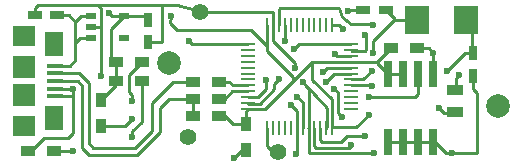
<source format=gbr>
G04 #@! TF.FileFunction,Copper,L1,Top,Signal*
%FSLAX46Y46*%
G04 Gerber Fmt 4.6, Leading zero omitted, Abs format (unit mm)*
G04 Created by KiCad (PCBNEW 4.0.2-stable) date 13.08.2016 20:54:57*
%MOMM*%
G01*
G04 APERTURE LIST*
%ADD10C,0.100000*%
%ADD11C,2.000000*%
%ADD12R,0.800000X2.200000*%
%ADD13R,1.350000X0.400000*%
%ADD14R,1.900000X1.800000*%
%ADD15R,1.600000X2.100000*%
%ADD16R,1.900000X1.900000*%
%ADD17R,1.200000X0.750000*%
%ADD18R,0.750000X1.200000*%
%ADD19R,1.397000X0.889000*%
%ADD20R,1.200000X0.900000*%
%ADD21R,0.900000X1.200000*%
%ADD22R,0.900000X0.600000*%
%ADD23R,1.300000X0.250000*%
%ADD24R,0.250000X1.300000*%
%ADD25R,2.000000X2.400000*%
%ADD26C,1.397000*%
%ADD27C,0.600000*%
%ADD28C,0.250000*%
G04 APERTURE END LIST*
D10*
D11*
X72755760Y-38160960D03*
X44846240Y-34518600D03*
D12*
X63436500Y-41160500D03*
X64706500Y-41160500D03*
X65976500Y-41160500D03*
X67246500Y-41160500D03*
X67246500Y-35420500D03*
X65976500Y-35420500D03*
X64706500Y-35420500D03*
X63436500Y-35420500D03*
D13*
X35250500Y-34704500D03*
X35250500Y-35354500D03*
X35250500Y-36004500D03*
X35250500Y-36654500D03*
X35250500Y-37304500D03*
D14*
X32575500Y-32204500D03*
X32575500Y-39804500D03*
D15*
X35125500Y-32904500D03*
D16*
X32575500Y-34804500D03*
X32575500Y-37204500D03*
D15*
X35125500Y-39104500D03*
D17*
X63243500Y-29972000D03*
X61343500Y-29972000D03*
D18*
X70612000Y-33657500D03*
X70612000Y-35557500D03*
D17*
X35430500Y-30416500D03*
X33530500Y-30416500D03*
D18*
X43116500Y-30800000D03*
X43116500Y-32700000D03*
D19*
X69128640Y-36741100D03*
X69128640Y-38646100D03*
D20*
X63670000Y-33210500D03*
X65870000Y-33210500D03*
D21*
X51371500Y-39667000D03*
X51371500Y-41867000D03*
D20*
X46906000Y-36068000D03*
X49106000Y-36068000D03*
X46906000Y-37528500D03*
X49106000Y-37528500D03*
X49106000Y-38989000D03*
X46906000Y-38989000D03*
X40365500Y-34417000D03*
X42565500Y-34417000D03*
D21*
X39116000Y-37571500D03*
X39116000Y-39771500D03*
D20*
X40365500Y-36004500D03*
X42565500Y-36004500D03*
X35136000Y-41910000D03*
X32936000Y-41910000D03*
D22*
X41087500Y-32382500D03*
X38287500Y-31432500D03*
X41087500Y-30482500D03*
X38287500Y-32382500D03*
X38287500Y-30482500D03*
D23*
X60293500Y-38373500D03*
X60293500Y-37873500D03*
X60293500Y-37373500D03*
X60293500Y-36873500D03*
X60293500Y-36373500D03*
X60293500Y-35873500D03*
X60293500Y-35373500D03*
X60293500Y-34873500D03*
X60293500Y-34373500D03*
X60293500Y-33873500D03*
X60293500Y-33373500D03*
X60293500Y-32873500D03*
D24*
X58693500Y-31273500D03*
X58193500Y-31273500D03*
X57693500Y-31273500D03*
X57193500Y-31273500D03*
X56693500Y-31273500D03*
X56193500Y-31273500D03*
X55693500Y-31273500D03*
X55193500Y-31273500D03*
X54693500Y-31273500D03*
X54193500Y-31273500D03*
X53693500Y-31273500D03*
X53193500Y-31273500D03*
D23*
X51593500Y-32873500D03*
X51593500Y-33373500D03*
X51593500Y-33873500D03*
X51593500Y-34373500D03*
X51593500Y-34873500D03*
X51593500Y-35373500D03*
X51593500Y-35873500D03*
X51593500Y-36373500D03*
X51593500Y-36873500D03*
X51593500Y-37373500D03*
X51593500Y-37873500D03*
X51593500Y-38373500D03*
D24*
X53193500Y-39973500D03*
X53693500Y-39973500D03*
X54193500Y-39973500D03*
X54693500Y-39973500D03*
X55193500Y-39973500D03*
X55693500Y-39973500D03*
X56193500Y-39973500D03*
X56693500Y-39973500D03*
X57193500Y-39973500D03*
X57693500Y-39973500D03*
X58193500Y-39973500D03*
X58693500Y-39973500D03*
D25*
X65895000Y-30797500D03*
X69995000Y-30797500D03*
D26*
X46451520Y-40726360D03*
X54102000Y-41973500D03*
X47513240Y-30139640D03*
D27*
X61785500Y-38862000D03*
X45074840Y-30525720D03*
X39814500Y-30226000D03*
X62166500Y-33655000D03*
X62039500Y-36385500D03*
X68453000Y-35115500D03*
X62039500Y-35115500D03*
X53086000Y-35941000D03*
X60325000Y-41402000D03*
X61468000Y-40640000D03*
X54737000Y-32639000D03*
X62166500Y-31242000D03*
X46545500Y-32575500D03*
X60045600Y-30053280D03*
X55562500Y-34925000D03*
X39116000Y-35560000D03*
X36766500Y-36639500D03*
X68834000Y-42100500D03*
X62230000Y-42100500D03*
X56235600Y-36068000D03*
X57912000Y-35242500D03*
X54229000Y-35814000D03*
X69405500Y-35496500D03*
X59626500Y-31623000D03*
X67754500Y-38290500D03*
X41783000Y-40767000D03*
X41719500Y-39243000D03*
X41719500Y-37655500D03*
X61468000Y-32067500D03*
X55499000Y-33274000D03*
X59563000Y-39052500D03*
X58864500Y-36639500D03*
X58958480Y-33741360D03*
X55676800Y-37388800D03*
X67246500Y-33591500D03*
X50419000Y-42481500D03*
X55626000Y-42164000D03*
X61785500Y-37338000D03*
X55181500Y-38036500D03*
X36766500Y-41910000D03*
X58166000Y-36068000D03*
D28*
X64706500Y-35420500D02*
X63436500Y-35420500D01*
X58679502Y-39937500D02*
X60710000Y-39937500D01*
X61785500Y-38862000D02*
X60710000Y-39937500D01*
X44958000Y-31115000D02*
X45074840Y-30525720D01*
X53193500Y-33064000D02*
X51816000Y-31686500D01*
X45529500Y-31686500D02*
X51816000Y-31686500D01*
X44958000Y-31115000D02*
X45529500Y-31686500D01*
X41087500Y-30482500D02*
X40071000Y-30482500D01*
X40071000Y-30482500D02*
X39814500Y-30226000D01*
X58679502Y-39937500D02*
X58693500Y-39973500D01*
X40365500Y-36004500D02*
X40365500Y-34417000D01*
X40365500Y-34417000D02*
X40005000Y-34056500D01*
X40005000Y-34056500D02*
X40005000Y-31565000D01*
X40005000Y-31565000D02*
X41087500Y-30482500D01*
X40365500Y-36004500D02*
X40365500Y-36322000D01*
X40365500Y-36322000D02*
X39116000Y-37571500D01*
X49106000Y-38989000D02*
X49657000Y-38989000D01*
X49657000Y-38989000D02*
X50335000Y-39667000D01*
X50335000Y-39667000D02*
X51371500Y-39667000D01*
X51371500Y-39667000D02*
X51371500Y-38595500D01*
X51371500Y-38595500D02*
X51593500Y-38373500D01*
X62507000Y-34373500D02*
X62507000Y-34491000D01*
X62507000Y-34491000D02*
X63436500Y-35420500D01*
X60293500Y-34373500D02*
X62507000Y-34373500D01*
X62507000Y-34373500D02*
X63670000Y-33210500D01*
X55372000Y-36004500D02*
X55372000Y-35623500D01*
X53193500Y-33445000D02*
X53193500Y-33064000D01*
X55372000Y-35623500D02*
X53193500Y-33445000D01*
X53193500Y-33064000D02*
X53193500Y-31273500D01*
X57023000Y-34373500D02*
X57023000Y-35877500D01*
X58693500Y-37548000D02*
X58693500Y-39973500D01*
X57023000Y-35877500D02*
X58693500Y-37548000D01*
X51593500Y-38373500D02*
X53003000Y-38373500D01*
X57003000Y-34373500D02*
X57023000Y-34373500D01*
X57023000Y-34373500D02*
X60293500Y-34373500D01*
X53003000Y-38373500D02*
X55372000Y-36004500D01*
X55372000Y-36004500D02*
X57003000Y-34373500D01*
X40068500Y-35623500D02*
X40068500Y-35877500D01*
X41087500Y-30482500D02*
X41973500Y-30482500D01*
X41973500Y-30482500D02*
X42799000Y-30482500D01*
X42799000Y-30482500D02*
X43116500Y-30800000D01*
X35430500Y-30416500D02*
X36385500Y-30416500D01*
X36385500Y-30416500D02*
X36957000Y-30988000D01*
X38287500Y-32382500D02*
X37340500Y-32382500D01*
X37340500Y-32382500D02*
X36957000Y-32766000D01*
X35250500Y-34704500D02*
X36479000Y-34704500D01*
X37462500Y-30482500D02*
X38287500Y-30482500D01*
X36957000Y-30988000D02*
X37462500Y-30482500D01*
X36957000Y-34226500D02*
X36957000Y-32766000D01*
X36957000Y-32766000D02*
X36957000Y-30988000D01*
X36479000Y-34704500D02*
X36957000Y-34226500D01*
X64008000Y-30797500D02*
X64008000Y-30736500D01*
X64008000Y-30736500D02*
X63243500Y-29972000D01*
X60293500Y-36373500D02*
X62027500Y-36373500D01*
X63944500Y-30797500D02*
X64008000Y-30797500D01*
X64008000Y-30797500D02*
X65895000Y-30797500D01*
X62166500Y-32575500D02*
X63944500Y-30797500D01*
X62166500Y-33655000D02*
X62166500Y-32575500D01*
X62027500Y-36373500D02*
X62039500Y-36385500D01*
X60293500Y-35873500D02*
X61281500Y-35873500D01*
X69911000Y-33657500D02*
X70612000Y-33657500D01*
X68453000Y-35115500D02*
X69911000Y-33657500D01*
X61281500Y-35873500D02*
X62039500Y-35115500D01*
X70612000Y-33657500D02*
X70548500Y-33594000D01*
X70548500Y-33594000D02*
X70548500Y-31351000D01*
X70548500Y-31351000D02*
X69995000Y-30797500D01*
X49106000Y-37528500D02*
X49593500Y-37528500D01*
X49593500Y-37528500D02*
X50248500Y-36873500D01*
X50248500Y-36873500D02*
X51593500Y-36873500D01*
X49106000Y-36068000D02*
X49974500Y-36068000D01*
X50280000Y-36373500D02*
X51593500Y-36373500D01*
X49974500Y-36068000D02*
X50280000Y-36373500D01*
X51593500Y-37373500D02*
X52415500Y-37373500D01*
X53086000Y-36703000D02*
X53086000Y-35941000D01*
X52415500Y-37373500D02*
X53086000Y-36703000D01*
X53530500Y-41910000D02*
X53530500Y-41846500D01*
X53530500Y-41846500D02*
X53193500Y-41509500D01*
X53193500Y-41509500D02*
X53193500Y-39973500D01*
X57193500Y-39973500D02*
X57193500Y-41509000D01*
X60325000Y-41523498D02*
X60325000Y-41402000D01*
X60198000Y-41650498D02*
X60325000Y-41523498D01*
X57334998Y-41650498D02*
X60198000Y-41650498D01*
X57193500Y-41509000D02*
X57334998Y-41650498D01*
X57693500Y-39973500D02*
X57693500Y-40993000D01*
X59944000Y-40640000D02*
X61468000Y-40640000D01*
X59436000Y-41148000D02*
X59944000Y-40640000D01*
X57848500Y-41148000D02*
X59436000Y-41148000D01*
X57693500Y-40993000D02*
X57848500Y-41148000D01*
X54693500Y-32595500D02*
X54693500Y-31273500D01*
X54737000Y-32639000D02*
X54693500Y-32595500D01*
X59537600Y-30601920D02*
X59245500Y-29845000D01*
X54292500Y-29845000D02*
X54193500Y-29944000D01*
X59245500Y-29845000D02*
X54292500Y-29845000D01*
X54193500Y-29944000D02*
X54193500Y-31273500D01*
X54229000Y-29908500D02*
X54193500Y-29944000D01*
X60330080Y-31191200D02*
X59537600Y-30601920D01*
X59537600Y-30601920D02*
X59505850Y-30570170D01*
X62103000Y-31178500D02*
X60330080Y-31191200D01*
X62166500Y-31242000D02*
X62103000Y-31178500D01*
X46843500Y-32873500D02*
X51593500Y-32873500D01*
X46545500Y-32575500D02*
X46843500Y-32873500D01*
X53693500Y-31273500D02*
X53693500Y-30193420D01*
X53639720Y-30139640D02*
X47513240Y-30139640D01*
X53693500Y-30193420D02*
X53639720Y-30139640D01*
X61343500Y-29972000D02*
X60126880Y-29972000D01*
X60126880Y-29972000D02*
X60045600Y-30053280D01*
X67246500Y-41160500D02*
X65976500Y-41160500D01*
X65976500Y-41160500D02*
X64706500Y-41160500D01*
X64706500Y-41160500D02*
X63436500Y-41160500D01*
X35250500Y-37304500D02*
X36766500Y-37304500D01*
X36766500Y-37304500D02*
X36766500Y-37307520D01*
X53693500Y-32611500D02*
X55562500Y-34480500D01*
X53693500Y-31273500D02*
X53693500Y-32611500D01*
X55562500Y-34480500D02*
X55562500Y-34925000D01*
X44259500Y-29591000D02*
X44704000Y-29591000D01*
X44704000Y-29591000D02*
X45567600Y-29596080D01*
X45567600Y-29596080D02*
X47533560Y-30114240D01*
X32936000Y-41910000D02*
X33210500Y-41910000D01*
X33210500Y-41910000D02*
X34290000Y-40830500D01*
X34290000Y-40830500D02*
X36322000Y-40830500D01*
X36322000Y-40830500D02*
X36766500Y-40386000D01*
X36766500Y-40386000D02*
X36766500Y-37307520D01*
X36766500Y-37307520D02*
X36766500Y-36639500D01*
X36512500Y-36654500D02*
X36751500Y-36654500D01*
X35250500Y-36654500D02*
X36512500Y-36654500D01*
X39116000Y-35560000D02*
X39116000Y-31432500D01*
X36751500Y-36654500D02*
X36766500Y-36639500D01*
X56693500Y-39973500D02*
X56693500Y-42088500D01*
X56705500Y-42100500D02*
X56693500Y-42088500D01*
X62230000Y-42100500D02*
X56705500Y-42100500D01*
X67246500Y-41160500D02*
X67246500Y-40195500D01*
X56643502Y-39973500D02*
X56693500Y-39973500D01*
X67246500Y-41160500D02*
X67386000Y-41160500D01*
X67386000Y-41160500D02*
X68326000Y-42100500D01*
X68326000Y-42100500D02*
X68834000Y-42100500D01*
X68834000Y-42100500D02*
X70929500Y-42100500D01*
X70612000Y-36703000D02*
X70612000Y-35557500D01*
X70929500Y-37020500D02*
X70612000Y-36703000D01*
X70929500Y-42100500D02*
X70929500Y-38671500D01*
X70929500Y-38671500D02*
X70929500Y-37020500D01*
X43116500Y-32700000D02*
X44257000Y-32700000D01*
X44259500Y-32697500D02*
X44259500Y-29591000D01*
X44257000Y-32700000D02*
X44259500Y-32697500D01*
X56235600Y-36068000D02*
X58229500Y-38290500D01*
X58229500Y-38290500D02*
X58229500Y-39937500D01*
X58229500Y-39937500D02*
X58193500Y-39973500D01*
X56693500Y-36754500D02*
X56693500Y-39973500D01*
X56235600Y-36068000D02*
X56693500Y-36754500D01*
X58281000Y-34873500D02*
X60293500Y-34873500D01*
X57912000Y-35242500D02*
X58281000Y-34873500D01*
X52564002Y-37923498D02*
X51593500Y-37923498D01*
X53784500Y-36703000D02*
X52564002Y-37923498D01*
X53784500Y-36258500D02*
X53784500Y-36703000D01*
X54229000Y-35814000D02*
X53784500Y-36258500D01*
X51593500Y-37923498D02*
X51593500Y-37873500D01*
X44259500Y-29591000D02*
X38862000Y-29591000D01*
X33530500Y-30416500D02*
X33530500Y-29842500D01*
X39116000Y-29845000D02*
X39116000Y-31432500D01*
X38862000Y-29591000D02*
X39116000Y-29845000D01*
X33782000Y-29591000D02*
X38862000Y-29591000D01*
X33530500Y-29842500D02*
X33782000Y-29591000D01*
X38925500Y-31432500D02*
X39116000Y-31432500D01*
X38925500Y-31432500D02*
X38287500Y-31432500D01*
X69151500Y-36766500D02*
X69151500Y-35750500D01*
X69151500Y-35750500D02*
X69405500Y-35496500D01*
X59277000Y-31273500D02*
X58693500Y-31273500D01*
X59626500Y-31623000D02*
X59277000Y-31273500D01*
X68135500Y-38671500D02*
X69151500Y-38671500D01*
X67754500Y-38290500D02*
X68135500Y-38671500D01*
X41783000Y-40767000D02*
X41783000Y-40259000D01*
X42565500Y-39476500D02*
X42565500Y-36004500D01*
X41783000Y-40259000D02*
X42565500Y-39476500D01*
X41783000Y-40767000D02*
X41846500Y-40767000D01*
X39116000Y-39771500D02*
X41191000Y-39771500D01*
X41191000Y-39771500D02*
X41719500Y-39243000D01*
X41719500Y-37655500D02*
X41719500Y-37147500D01*
X41465500Y-35517000D02*
X42565500Y-34417000D01*
X41465500Y-36893500D02*
X41465500Y-35517000D01*
X41719500Y-37147500D02*
X41465500Y-36893500D01*
X61509002Y-33423498D02*
X60343498Y-33423498D01*
X61531500Y-33401000D02*
X61509002Y-33423498D01*
X61531500Y-32131000D02*
X61531500Y-33401000D01*
X61468000Y-32067500D02*
X61531500Y-32131000D01*
X60343498Y-33423498D02*
X60293500Y-33373500D01*
X60293500Y-32873500D02*
X55899500Y-32873500D01*
X55899500Y-32873500D02*
X55499000Y-33274000D01*
X60293500Y-33873500D02*
X59146500Y-33873500D01*
X59182000Y-38671500D02*
X59563000Y-39052500D01*
X59182000Y-36957000D02*
X59182000Y-38671500D01*
X58864500Y-36639500D02*
X59182000Y-36957000D01*
X59146500Y-33873500D02*
X58958480Y-33741360D01*
X56193500Y-39973500D02*
X56193500Y-37778500D01*
X55676800Y-37388800D02*
X56193500Y-37778500D01*
X67246500Y-33591500D02*
X67246500Y-33655000D01*
X65870000Y-33210500D02*
X66865500Y-33210500D01*
X67246500Y-33591500D02*
X67246500Y-33655000D01*
X67246500Y-33655000D02*
X67246500Y-35420500D01*
X66865500Y-33210500D02*
X67246500Y-33591500D01*
X38131750Y-42259250D02*
X42195750Y-42259250D01*
X44894500Y-37528500D02*
X46906000Y-37528500D01*
X44132500Y-38290500D02*
X44894500Y-37528500D01*
X44132500Y-40322500D02*
X44132500Y-38290500D01*
X42195750Y-42259250D02*
X44132500Y-40322500D01*
X35250500Y-36004500D02*
X37147500Y-36004500D01*
X37528500Y-41656000D02*
X38131750Y-42259250D01*
X38131750Y-42259250D02*
X38163500Y-42291000D01*
X37528500Y-36385500D02*
X37528500Y-41656000D01*
X37147500Y-36004500D02*
X37528500Y-36385500D01*
X46906000Y-37528500D02*
X46906000Y-38989000D01*
X38481000Y-41656000D02*
X41973500Y-41656000D01*
X37259500Y-35354500D02*
X38100000Y-36195000D01*
X38100000Y-36195000D02*
X38100000Y-41275000D01*
X38100000Y-41275000D02*
X38481000Y-41656000D01*
X35250500Y-35354500D02*
X37259500Y-35354500D01*
X45212000Y-36068000D02*
X46906000Y-36068000D01*
X43434000Y-37846000D02*
X45212000Y-36068000D01*
X43434000Y-40195500D02*
X43434000Y-37846000D01*
X41973500Y-41656000D02*
X43434000Y-40195500D01*
X51033500Y-41867000D02*
X50419000Y-42481500D01*
X55693500Y-42096500D02*
X55693500Y-39973500D01*
X55626000Y-42164000D02*
X55693500Y-42096500D01*
X51371500Y-41867000D02*
X51033500Y-41867000D01*
X61785500Y-37338000D02*
X65722500Y-37338000D01*
X65722500Y-37338000D02*
X65976500Y-37084000D01*
X65976500Y-37084000D02*
X65976500Y-35420500D01*
X55693500Y-39973500D02*
X55693500Y-38548500D01*
X55693500Y-38548500D02*
X55181500Y-38036500D01*
X35136000Y-41910000D02*
X36766500Y-41910000D01*
X60293500Y-35373500D02*
X58860500Y-35373500D01*
X58860500Y-35373500D02*
X58166000Y-36068000D01*
M02*

</source>
